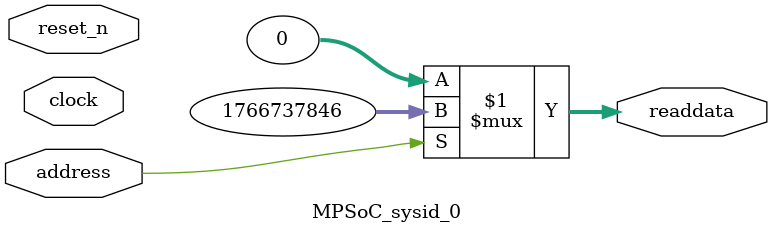
<source format=v>

`timescale 1ns / 1ps
// synthesis translate_on

// turn off superfluous verilog processor warnings 
// altera message_level Level1 
// altera message_off 10034 10035 10036 10037 10230 10240 10030 

module MPSoC_sysid_0 (
               // inputs:
                address,
                clock,
                reset_n,

               // outputs:
                readdata
             )
;

  output  [ 31: 0] readdata;
  input            address;
  input            clock;
  input            reset_n;

  wire    [ 31: 0] readdata;
  //control_slave, which is an e_avalon_slave
  assign readdata = address ? 1766737846 : 0;

endmodule




</source>
